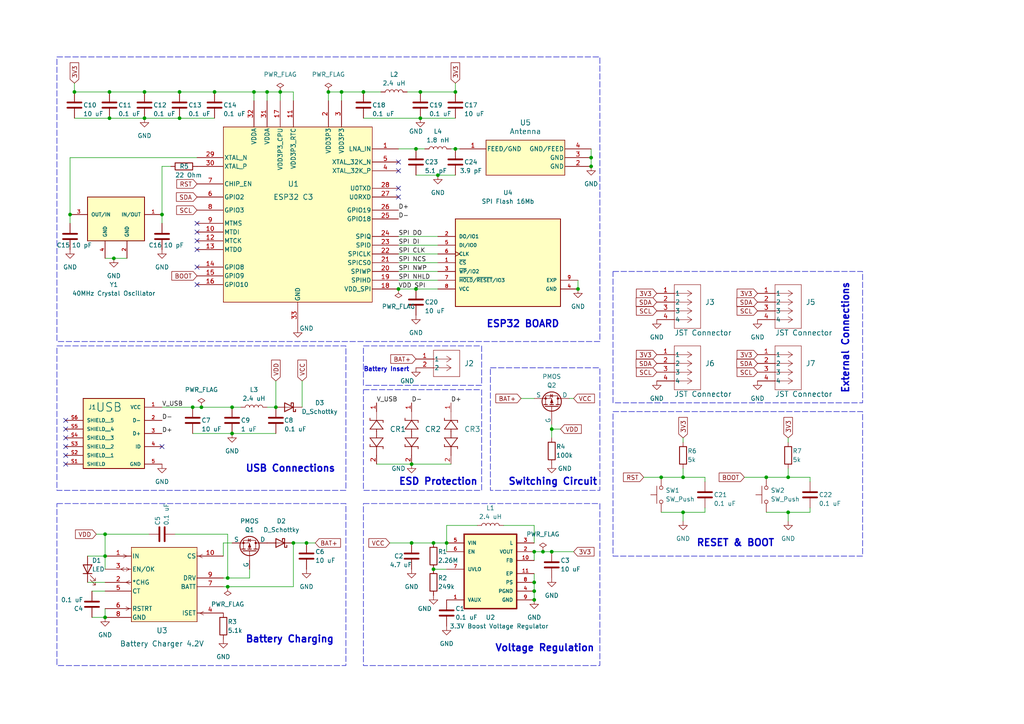
<source format=kicad_sch>
(kicad_sch (version 20230121) (generator eeschema)
  (paper "A4")
  (lib_symbols
    (symbol "Device:C" (pin_numbers hide) (pin_names (offset 0.254))
      (property "Reference" "C" (at 0.635 2.54 0))
      (property "Value" "C" (at 0.635 -2.54 0))
      (symbol "C_1_1"
        (pin passive line (at 0 3.81 270) (length 2.794) (name "~") (number "1"))
        (pin passive line (at 0 -3.81 90) (length 2.794) (name "~") (number "2"))
      )
    )
    (symbol "Device:D_Schottky" (pin_numbers hide) (pin_names (offset 1.016) hide)
      (property "Reference" "D" (at 0 2.54 0))
      (property "Value" "D_Schottky" (at 0 -2.54 0))
      (symbol "D_Schottky_1_1"
        (pin passive line (at -3.81 0 0) (length 2.54) (name "K") (number "1"))
        (pin passive line (at 3.81 0 180) (length 2.54) (name "A") (number "2"))
      )
    )
    (symbol "Device:L" (pin_numbers hide) (pin_names (offset 1.016) hide)
      (property "Reference" "L" (at -1.27 0 90))
      (property "Value" "L" (at 1.905 0 90))
      (symbol "L_1_1"
        (pin passive line (at 0 3.81 270) (length 1.27) (name "1") (number "1"))
        (pin passive line (at 0 -3.81 90) (length 1.27) (name "2") (number "2"))
      )
    )
    (symbol "Device:LED" (pin_numbers hide) (pin_names (offset 1.016) hide)
      (property "Reference" "D" (at 0 2.54 0))
      (property "Value" "LED" (at 0 -2.54 0))
      (symbol "LED_1_1"
        (pin passive line (at -3.81 0 0) (length 2.54) (name "K") (number "1"))
        (pin passive line (at 3.81 0 180) (length 2.54) (name "A") (number "2"))
      )
    )
    (symbol "Device:R" (pin_numbers hide) (pin_names (offset 0))
      (property "Reference" "R" (at 2.032 0 90))
      (property "Value" "R" (at 0 0 90))
      (symbol "R_1_1"
        (pin passive line (at 0 3.81 270) (length 1.27) (name "~") (number "1"))
        (pin passive line (at 0 -3.81 90) (length 1.27) (name "~") (number "2"))
      )
    )
    (symbol "ESP_32_Symbol_Library:3.3V Boost Voltage Regulator" (pin_names (offset 1.016))
      (property "Reference" "U2" (at 5.08 -6.35 0))
      (property "Value" "3.3V Boost Voltage Regulator" (at 7.62 -8.89 0))
      (symbol "3.3V Boost Voltage Regulator_0_0"
        (pin bidirectional line (at -7.62 -1.27 0) (length 5.08) (name "VAUX") (number "1"))
        (pin input line (at 17.78 10.16 180) (length 5.08) (name "FB") (number "10"))
        (pin bidirectional line (at 17.78 6.35 180) (length 5.08) (name "EP") (number "11"))
        (pin output line (at 17.78 12.7 180) (length 5.08) (name "VOUT") (number "2"))
        (pin input line (at 17.78 15.24 180) (length 5.08) (name "L") (number "3"))
        (pin power_in line (at 17.78 1.27 180) (length 5.08) (name "PGND") (number "4"))
        (pin input line (at -7.62 15.24 0) (length 5.08) (name "VIN") (number "5"))
        (pin input line (at -7.62 12.7 0) (length 5.08) (name "EN") (number "6"))
        (pin input line (at -7.62 7.62 0) (length 5.08) (name "UVLO") (number "7"))
        (pin input line (at 17.78 3.81 180) (length 5.08) (name "PS") (number "8"))
        (pin power_in line (at 17.78 -1.27 180) (length 5.08) (name "GND") (number "9"))
      )
    )
    (symbol "ESP_32_Symbol_Library:40MHz Crystal Oscillator" (pin_names (offset 1.016))
      (property "Reference" "Y1" (at -1.27 12.7 0))
      (property "Value" "40MHz Crystal Oscillator" (at -1.27 10.16 0))
      (symbol "40MHz Crystal Oscillator_0_0"
        (pin bidirectional line (at -17.78 2.54 0) (length 5.08) (name "IN/OUT") (number "1"))
        (pin power_in line (at -7.62 -10.16 90) (length 5.08) (name "GND") (number "2"))
        (pin bidirectional line (at 8.89 2.54 180) (length 5.08) (name "OUT/IN") (number "3"))
        (pin power_in line (at -1.27 -10.16 90) (length 5.08) (name "GND") (number "4"))
      )
    )
    (symbol "ESP_32_Symbol_Library:Antenna" (pin_names (offset 0.254))
      (property "Reference" "U5" (at 19.05 7.62 0))
      (property "Value" "Antenna" (at 19.05 5.08 0))
      (symbol "Antenna_0_1"
        (pin unspecified line (at 0 0 0) (length 7.62) (name "FEED/GND") (number "1"))
        (pin power_out line (at 38.1 -5.08 180) (length 7.62) (name "GND") (number "2"))
        (pin power_out line (at 38.1 -2.54 180) (length 7.62) (name "GND") (number "3"))
        (pin unspecified line (at 38.1 0 180) (length 7.62) (name "GND/FEED") (number "4"))
      )
    )
    (symbol "ESP_32_Symbol_Library:Battery Charger 4.2V" (pin_names (offset 0.254))
      (property "Reference" "U3" (at 48.26 -17.78 0))
      (property "Value" "Battery Charger 4.2V" (at 48.26 -21.59 0))
      (symbol "Battery Charger 4.2V_0_1"
        (pin input line (at 31.75 3.81 0) (length 7.62) (name "IN") (number "1"))
        (pin input line (at 66.04 3.81 180) (length 7.62) (name "CS") (number "10"))
        (pin output line (at 31.75 -3.81 0) (length 7.62) (name "*CHG") (number "2"))
        (pin bidirectional line (at 31.75 0 0) (length 7.62) (name "EN/OK") (number "3"))
        (pin output line (at 66.04 -12.7 180) (length 7.62) (name "ISET") (number "4"))
        (pin unspecified line (at 31.75 -6.35 0) (length 7.62) (name "CT") (number "5"))
        (pin input line (at 31.75 -11.43 0) (length 7.62) (name "RSTRT") (number "6"))
        (pin power_in line (at 66.04 -5.08 180) (length 7.62) (name "BATT") (number "7"))
        (pin power_in line (at 31.75 -13.97 0) (length 7.62) (name "GND") (number "8"))
        (pin unspecified line (at 66.04 -2.54 180) (length 7.62) (name "DRV") (number "9"))
      )
    )
    (symbol "ESP_32_Symbol_Library:Battery Connector" (pin_names (offset 0.254))
      (property "Reference" "J" (at 8.89 6.35 0))
      (symbol "Battery Connector_0_1"
        (pin unspecified line (at 0 0 0) (length 5.08) (name "1") (number "1"))
        (pin unspecified line (at 0 -2.54 0) (length 5.08) (name "2") (number "2"))
      )
    )
    (symbol "ESP_32_Symbol_Library:ESD Protection" (pin_names (offset 0.254))
      (property "Reference" "CR1" (at 10.141 -3.81 90))
      (symbol "ESD Protection_1_1"
        (pin unspecified line (at 17.78 0 180) (length 2.54) (name "") (number "1"))
        (pin unspecified line (at 0 0 0) (length 2.54) (name "") (number "2"))
      )
      (symbol "ESD Protection_1_2"
        (pin unspecified line (at 17.78 0 180) (length 2.54) (name "") (number "1"))
        (pin unspecified line (at 0 0 0) (length 2.54) (name "") (number "2"))
      )
    )
    (symbol "ESP_32_Symbol_Library:ESP32 C3" (pin_names (offset 0.254))
      (property "Reference" "U1" (at 38.1 -10.16 0))
      (property "Value" "ESP32 C3" (at 38.1 -13.97 0))
      (symbol "ESP32 C3_0_1"
        (pin bidirectional line (at 68.58 0 180) (length 7.62) (name "LNA_IN") (number "1"))
        (pin bidirectional line (at 10.16 -24.13 0) (length 7.62) (name "MTDI") (number "10"))
        (pin power_in line (at 38.1 13.97 270) (length 7.62) (name "VDD3P3_RTC") (number "11"))
        (pin bidirectional line (at 10.16 -26.67 0) (length 7.62) (name "MTCK") (number "12"))
        (pin bidirectional line (at 10.16 -29.21 0) (length 7.62) (name "MTDO") (number "13"))
        (pin bidirectional line (at 10.16 -34.29 0) (length 7.62) (name "GPIO8") (number "14"))
        (pin bidirectional line (at 10.16 -36.83 0) (length 7.62) (name "GPIO9") (number "15"))
        (pin bidirectional line (at 10.16 -39.37 0) (length 7.62) (name "GPIO10") (number "16"))
        (pin power_in line (at 34.29 13.97 270) (length 7.62) (name "VDD3P3_CPU") (number "17"))
        (pin power_in line (at 68.58 -40.64 180) (length 7.62) (name "VDD_SPI") (number "18"))
        (pin bidirectional line (at 68.58 -38.1 180) (length 7.62) (name "SPIHD") (number "19"))
        (pin power_in line (at 48.26 13.97 270) (length 7.62) (name "VDD3P3") (number "2"))
        (pin bidirectional line (at 68.58 -35.56 180) (length 7.62) (name "SPIWP") (number "20"))
        (pin bidirectional line (at 68.58 -33.02 180) (length 7.62) (name "SPICS0") (number "21"))
        (pin bidirectional line (at 68.58 -30.48 180) (length 7.62) (name "SPICLK") (number "22"))
        (pin bidirectional line (at 68.58 -27.94 180) (length 7.62) (name "SPID") (number "23"))
        (pin bidirectional line (at 68.58 -25.4 180) (length 7.62) (name "SPIQ") (number "24"))
        (pin bidirectional line (at 68.58 -20.32 180) (length 7.62) (name "GPIO18") (number "25"))
        (pin bidirectional line (at 68.58 -17.78 180) (length 7.62) (name "GPIO19") (number "26"))
        (pin bidirectional line (at 68.58 -13.97 180) (length 7.62) (name "U0RXD") (number "27"))
        (pin bidirectional line (at 68.58 -11.43 180) (length 7.62) (name "U0TXD") (number "28"))
        (pin output line (at 10.16 -2.54 0) (length 7.62) (name "XTAL_N") (number "29"))
        (pin power_in line (at 52.07 13.97 270) (length 7.62) (name "VDD3P3") (number "3"))
        (pin input line (at 10.16 -5.08 0) (length 7.62) (name "XTAL_P") (number "30"))
        (pin power_in line (at 30.48 13.97 270) (length 7.62) (name "VDDA") (number "31"))
        (pin power_in line (at 26.67 13.97 270) (length 7.62) (name "VDDA") (number "32"))
        (pin power_out line (at 39.37 -52.07 90) (length 7.62) (name "GND") (number "33"))
        (pin bidirectional line (at 68.58 -6.35 180) (length 7.62) (name "XTAL_32K_P") (number "4"))
        (pin bidirectional line (at 68.58 -3.81 180) (length 7.62) (name "XTAL_32K_N") (number "5"))
        (pin bidirectional line (at 10.16 -13.97 0) (length 7.62) (name "GPIO2") (number "6"))
        (pin input line (at 10.16 -10.16 0) (length 7.62) (name "CHIP_EN") (number "7"))
        (pin bidirectional line (at 10.16 -17.78 0) (length 7.62) (name "GPIO3") (number "8"))
        (pin bidirectional line (at 10.16 -21.59 0) (length 7.62) (name "MTMS") (number "9"))
      )
    )
    (symbol "ESP_32_Symbol_Library:JST Connector" (pin_names (offset 0.254))
      (property "Reference" "J" (at 8.89 6.35 0))
      (property "Value" "JST Connector" (at 7.62 3.81 0))
      (symbol "JST Connector_1_1"
        (pin unspecified line (at 0 0 0) (length 5.08) (name "1") (number "1"))
        (pin unspecified line (at 0 -2.54 0) (length 5.08) (name "2") (number "2"))
        (pin unspecified line (at 0 -5.08 0) (length 5.08) (name "3") (number "3"))
        (pin unspecified line (at 0 -7.62 0) (length 5.08) (name "4") (number "4"))
      )
      (symbol "JST Connector_1_2"
        (pin unspecified line (at 0 0 0) (length 5.08) (name "1") (number "1"))
        (pin unspecified line (at 0 -2.54 0) (length 5.08) (name "2") (number "2"))
        (pin unspecified line (at 0 -5.08 0) (length 5.08) (name "3") (number "3"))
        (pin unspecified line (at 0 -7.62 0) (length 5.08) (name "4") (number "4"))
      )
    )
    (symbol "ESP_32_Symbol_Library:Micro_USB_B 5 Pin" (pin_names (offset 1.016))
      (property "Reference" "J1" (at 25.4 6.35 0))
      (property "Value" "USB" (at 17.78 6.35 0))
      (symbol "Micro_USB_B 5 Pin_0_0"
        (pin power_in line (at 6.35 6.35 0) (length 5.08) (name "VCC") (number "1"))
        (pin bidirectional line (at 6.35 2.54 0) (length 5.08) (name "D-") (number "2"))
        (pin bidirectional line (at 6.35 -1.27 0) (length 5.08) (name "D+") (number "3"))
        (pin bidirectional line (at 6.35 -5.08 0) (length 5.08) (name "ID") (number "4"))
        (pin power_in line (at 6.35 -10.16 0) (length 5.08) (name "GND") (number "5"))
        (pin passive line (at 34.29 -10.16 180) (length 5.08) (name "SHIELD") (number "S1"))
        (pin passive line (at 34.29 -7.62 180) (length 5.08) (name "SHIELD__1") (number "S2"))
        (pin passive line (at 34.29 -5.08 180) (length 5.08) (name "SHIELD__2") (number "S3"))
        (pin passive line (at 34.29 -2.54 180) (length 5.08) (name "SHIELD__3") (number "S4"))
        (pin passive line (at 34.29 0 180) (length 5.08) (name "SHIELD__4") (number "S5"))
        (pin passive line (at 34.29 2.54 180) (length 5.08) (name "SHIELD__5") (number "S6"))
      )
    )
    (symbol "ESP_32_Symbol_Library:SPI Flash 16Mb" (pin_names (offset 1.016))
      (property "Reference" "U4" (at 0 17.78 0))
      (property "Value" "SPI Flash 16Mb" (at 0 15.24 0))
      (symbol "SPI Flash 16Mb_0_0"
        (pin input line (at -20.32 -2.54 0) (length 5.08) (name "~{CS}") (number "1"))
        (pin bidirectional line (at -20.32 5.08 0) (length 5.08) (name "DO/IO1") (number "2"))
        (pin bidirectional line (at -20.32 -5.08 0) (length 5.08) (name "~{WP}/IO2") (number "3"))
        (pin power_in line (at 20.32 -10.16 180) (length 5.08) (name "GND") (number "4"))
        (pin bidirectional line (at -20.32 2.54 0) (length 5.08) (name "DI/IO0") (number "5"))
        (pin input clock (at -20.32 0 0) (length 5.08) (name "CLK") (number "6"))
        (pin bidirectional line (at -20.32 -7.62 0) (length 5.08) (name "~{HOLD}/~{RESET}/IO3") (number "7"))
        (pin power_in line (at -20.32 -10.16 0) (length 5.08) (name "VCC") (number "8"))
        (pin passive line (at 20.32 -7.62 180) (length 5.08) (name "EXP") (number "9"))
      )
    )
    (symbol "Simulation_SPICE:PMOS" (pin_numbers hide) (pin_names (offset 0))
      (property "Reference" "Q" (at 5.08 1.27 0))
      (property "Value" "PMOS" (at 5.08 -1.27 0))
      (symbol "PMOS_1_1"
        (pin passive line (at 2.54 5.08 270) (length 2.54) (name "D") (number "1"))
        (pin input line (at -5.08 0 0) (length 2.54) (name "G") (number "2"))
        (pin passive line (at 2.54 -5.08 90) (length 2.54) (name "S") (number "3"))
      )
    )
    (symbol "Switch:SW_Push" (pin_numbers hide) (pin_names (offset 1.016) hide)
      (property "Reference" "SW" (at 1.27 2.54 0))
      (property "Value" "SW_Push" (at 0 -1.524 0))
      (symbol "SW_Push_0_1"
        (pin passive line (at -5.08 0 0) (length 2.54) (name "1") (number "1"))
        (pin passive line (at 5.08 0 180) (length 2.54) (name "2") (number "2"))
      )
    )
    (symbol "power:GND" (power) (pin_names (offset 0))
      (property "Value" "GND" (at 0 -3.81 0))
      (symbol "GND_1_1"
        (pin power_in line (at 0 0 270) (length 0) hide (name "GND") (number "1"))
      )
    )
    (symbol "power:PWR_FLAG" (power) (pin_numbers hide) (pin_names (offset 0) hide)
      (property "Value" "PWR_FLAG" (at 0 3.81 0))
      (symbol "PWR_FLAG_0_0"
        (pin power_out line (at 0 0 90) (length 0) (name "pwr") (number "1"))
      )
    )
  )
  (junction (at 115.57 83.82))
  (junction (at 66.04 170.18))
  (junction (at 167.64 83.82))
  (junction (at 125.73 165.1))
  (junction (at 121.92 34.29))
  (junction (at 157.48 160.02))
  (junction (at 154.94 160.02))
  (junction (at 30.48 179.07))
  (junction (at 67.31 125.73))
  (junction (at 119.38 134.62))
  (junction (at 30.48 154.94))
  (junction (at 228.6 138.43))
  (junction (at 120.65 83.82))
  (junction (at 85.09 157.48))
  (junction (at 120.65 43.18))
  (junction (at 171.45 48.26))
  (junction (at 132.08 43.18))
  (junction (at 129.54 157.48))
  (junction (at 41.91 26.67))
  (junction (at 119.38 157.48))
  (junction (at 67.31 118.11))
  (junction (at 80.01 118.11))
  (junction (at 132.08 26.67))
  (junction (at 33.02 74.93))
  (junction (at 81.28 26.67))
  (junction (at 46.99 62.23))
  (junction (at 222.25 138.43))
  (junction (at 125.73 157.48))
  (junction (at 88.9 157.48))
  (junction (at 77.47 26.67))
  (junction (at 198.12 148.59))
  (junction (at 228.6 148.59))
  (junction (at 121.92 26.67))
  (junction (at 66.04 167.64))
  (junction (at 160.02 160.02))
  (junction (at 58.42 118.11))
  (junction (at 20.32 62.23))
  (junction (at 31.75 26.67))
  (junction (at 154.94 168.91))
  (junction (at 62.23 26.67))
  (junction (at 31.75 34.29))
  (junction (at 41.91 34.29))
  (junction (at 52.07 26.67))
  (junction (at 160.02 124.46))
  (junction (at 55.88 118.11))
  (junction (at 21.59 26.67))
  (junction (at 73.66 26.67))
  (junction (at 191.77 138.43))
  (junction (at 52.07 34.29))
  (junction (at 154.94 173.99))
  (junction (at 99.06 26.67))
  (junction (at 30.48 161.29))
  (junction (at 105.41 26.67))
  (junction (at 95.25 26.67))
  (junction (at 154.94 171.45))
  (junction (at 171.45 45.72))
  (junction (at 198.12 138.43))
  (junction (at 127 50.8))
  (no_connect (at 19.05 121.92))
  (no_connect (at 57.15 67.31))
  (no_connect (at 57.15 77.47))
  (no_connect (at 115.57 54.61))
  (no_connect (at 19.05 124.46))
  (no_connect (at 115.57 57.15))
  (no_connect (at 115.57 49.53))
  (no_connect (at 115.57 46.99))
  (no_connect (at 46.99 129.54))
  (no_connect (at 57.15 82.55))
  (no_connect (at 19.05 127))
  (no_connect (at 57.15 64.77))
  (no_connect (at 19.05 134.62))
  (no_connect (at 57.15 69.85))
  (no_connect (at 19.05 129.54))
  (no_connect (at 57.15 72.39))
  (no_connect (at 19.05 132.08))
  (wire (pts (xy 72.39 165.1) (xy 72.39 167.64)))
  (wire (pts (xy 228.6 127) (xy 228.6 128.27)))
  (wire (pts (xy 31.75 34.29) (xy 41.91 34.29)))
  (wire (pts (xy 234.95 148.59) (xy 228.6 148.59)))
  (wire (pts (xy 85.09 157.48) (xy 88.9 157.48)))
  (wire (pts (xy 31.75 26.67) (xy 41.91 26.67)))
  (wire (pts (xy 55.88 118.11) (xy 58.42 118.11)))
  (wire (pts (xy 46.99 118.11) (xy 55.88 118.11)))
  (wire (pts (xy 20.32 45.72) (xy 20.32 62.23)))
  (wire (pts (xy 228.6 135.89) (xy 228.6 138.43)))
  (wire (pts (xy 228.6 148.59) (xy 222.25 148.59)))
  (wire (pts (xy 129.54 157.48) (xy 129.54 160.02)))
  (wire (pts (xy 21.59 34.29) (xy 31.75 34.29)))
  (wire (pts (xy 125.73 165.1) (xy 129.54 165.1)))
  (wire (pts (xy 125.73 157.48) (xy 129.54 157.48)))
  (wire (pts (xy 77.47 26.67) (xy 81.28 26.67)))
  (wire (pts (xy 81.28 26.67) (xy 85.09 26.67)))
  (wire (pts (xy 186.69 138.43) (xy 191.77 138.43)))
  (wire (pts (xy 204.47 138.43) (xy 204.47 139.7)))
  (wire (pts (xy 30.48 154.94) (xy 30.48 161.29)))
  (wire (pts (xy 198.12 151.13) (xy 198.12 148.59)))
  (wire (pts (xy 36.83 74.93) (xy 33.02 74.93)))
  (wire (pts (xy 151.13 115.57) (xy 154.94 115.57)))
  (wire (pts (xy 105.41 26.67) (xy 110.49 26.67)))
  (wire (pts (xy 215.9 138.43) (xy 222.25 138.43)))
  (wire (pts (xy 130.81 43.18) (xy 132.08 43.18)))
  (wire (pts (xy 30.48 154.94) (xy 43.18 154.94)))
  (wire (pts (xy 64.77 161.29) (xy 64.77 157.48)))
  (wire (pts (xy 73.66 29.21) (xy 73.66 26.67)))
  (wire (pts (xy 127 50.8) (xy 132.08 50.8)))
  (wire (pts (xy 191.77 138.43) (xy 198.12 138.43)))
  (wire (pts (xy 204.47 148.59) (xy 198.12 148.59)))
  (wire (pts (xy 81.28 29.21) (xy 81.28 26.67)))
  (wire (pts (xy 33.02 74.93) (xy 30.48 74.93)))
  (wire (pts (xy 67.31 125.73) (xy 80.01 125.73)))
  (wire (pts (xy 30.48 161.29) (xy 30.48 165.1)))
  (wire (pts (xy 160.02 124.46) (xy 162.56 124.46)))
  (wire (pts (xy 57.15 45.72) (xy 20.32 45.72)))
  (wire (pts (xy 198.12 135.89) (xy 198.12 138.43)))
  (wire (pts (xy 129.54 157.48) (xy 129.54 152.4)))
  (wire (pts (xy 52.07 34.29) (xy 62.23 34.29)))
  (wire (pts (xy 105.41 26.67) (xy 99.06 26.67)))
  (wire (pts (xy 171.45 45.72) (xy 171.45 48.26)))
  (wire (pts (xy 160.02 123.19) (xy 160.02 124.46)))
  (wire (pts (xy 66.04 167.64) (xy 64.77 167.64)))
  (wire (pts (xy 120.65 50.8) (xy 127 50.8)))
  (wire (pts (xy 146.05 152.4) (xy 154.94 152.4)))
  (wire (pts (xy 49.53 48.26) (xy 46.99 48.26)))
  (wire (pts (xy 160.02 160.02) (xy 166.37 160.02)))
  (wire (pts (xy 234.95 147.32) (xy 234.95 148.59)))
  (wire (pts (xy 21.59 24.13) (xy 21.59 26.67)))
  (wire (pts (xy 30.48 176.53) (xy 30.48 179.07)))
  (wire (pts (xy 26.67 171.45) (xy 30.48 171.45)))
  (wire (pts (xy 52.07 26.67) (xy 62.23 26.67)))
  (wire (pts (xy 95.25 29.21) (xy 95.25 26.67)))
  (wire (pts (xy 64.77 157.48) (xy 67.31 157.48)))
  (wire (pts (xy 58.42 118.11) (xy 67.31 118.11)))
  (wire (pts (xy 165.1 115.57) (xy 166.37 115.57)))
  (wire (pts (xy 119.38 134.62) (xy 130.81 134.62)))
  (wire (pts (xy 88.9 157.48) (xy 91.44 157.48)))
  (wire (pts (xy 50.8 154.94) (xy 66.04 154.94)))
  (wire (pts (xy 46.99 48.26) (xy 46.99 62.23)))
  (wire (pts (xy 85.09 170.18) (xy 85.09 157.48)))
  (wire (pts (xy 198.12 148.59) (xy 191.77 148.59)))
  (wire (pts (xy 25.4 161.29) (xy 30.48 161.29)))
  (wire (pts (xy 198.12 138.43) (xy 204.47 138.43)))
  (wire (pts (xy 77.47 29.21) (xy 77.47 26.67)))
  (wire (pts (xy 154.94 160.02) (xy 154.94 162.56)))
  (wire (pts (xy 129.54 152.4) (xy 138.43 152.4)))
  (wire (pts (xy 109.22 134.62) (xy 119.38 134.62)))
  (wire (pts (xy 99.06 26.67) (xy 99.06 29.21)))
  (wire (pts (xy 133.35 43.18) (xy 132.08 43.18)))
  (wire (pts (xy 113.03 157.48) (xy 119.38 157.48)))
  (wire (pts (xy 154.94 152.4) (xy 154.94 157.48)))
  (wire (pts (xy 27.94 154.94) (xy 30.48 154.94)))
  (wire (pts (xy 46.99 62.23) (xy 46.99 64.77)))
  (wire (pts (xy 228.6 151.13) (xy 228.6 148.59)))
  (wire (pts (xy 55.88 125.73) (xy 67.31 125.73)))
  (wire (pts (xy 154.94 160.02) (xy 157.48 160.02)))
  (wire (pts (xy 26.67 179.07) (xy 30.48 179.07)))
  (wire (pts (xy 87.63 110.49) (xy 87.63 118.11)))
  (wire (pts (xy 115.57 81.28) (xy 127 81.28)))
  (wire (pts (xy 198.12 127) (xy 198.12 128.27)))
  (wire (pts (xy 119.38 157.48) (xy 125.73 157.48)))
  (wire (pts (xy 118.11 26.67) (xy 121.92 26.67)))
  (wire (pts (xy 154.94 171.45) (xy 154.94 173.99)))
  (wire (pts (xy 160.02 124.46) (xy 160.02 127)))
  (wire (pts (xy 77.47 118.11) (xy 80.01 118.11)))
  (wire (pts (xy 21.59 26.67) (xy 31.75 26.67)))
  (wire (pts (xy 132.08 24.13) (xy 132.08 26.67)))
  (wire (pts (xy 154.94 168.91) (xy 154.94 171.45)))
  (wire (pts (xy 115.57 73.66) (xy 127 73.66)))
  (wire (pts (xy 167.64 81.28) (xy 167.64 83.82)))
  (wire (pts (xy 67.31 118.11) (xy 69.85 118.11)))
  (wire (pts (xy 80.01 110.49) (xy 80.01 118.11)))
  (wire (pts (xy 20.32 62.23) (xy 20.32 64.77)))
  (wire (pts (xy 41.91 34.29) (xy 52.07 34.29)))
  (wire (pts (xy 95.25 26.67) (xy 99.06 26.67)))
  (wire (pts (xy 115.57 83.82) (xy 120.65 83.82)))
  (wire (pts (xy 72.39 167.64) (xy 66.04 167.64)))
  (wire (pts (xy 41.91 26.67) (xy 52.07 26.67)))
  (wire (pts (xy 171.45 43.18) (xy 171.45 45.72)))
  (wire (pts (xy 222.25 138.43) (xy 228.6 138.43)))
  (wire (pts (xy 115.57 76.2) (xy 127 76.2)))
  (wire (pts (xy 62.23 26.67) (xy 73.66 26.67)))
  (wire (pts (xy 121.92 34.29) (xy 132.08 34.29)))
  (wire (pts (xy 121.92 26.67) (xy 132.08 26.67)))
  (wire (pts (xy 115.57 71.12) (xy 127 71.12)))
  (wire (pts (xy 115.57 43.18) (xy 120.65 43.18)))
  (wire (pts (xy 157.48 160.02) (xy 160.02 160.02)))
  (wire (pts (xy 64.77 170.18) (xy 66.04 170.18)))
  (wire (pts (xy 66.04 154.94) (xy 66.04 167.64)))
  (wire (pts (xy 120.65 43.18) (xy 123.19 43.18)))
  (wire (pts (xy 73.66 26.67) (xy 77.47 26.67)))
  (wire (pts (xy 85.09 29.21) (xy 85.09 26.67)))
  (wire (pts (xy 120.65 83.82) (xy 127 83.82)))
  (wire (pts (xy 228.6 138.43) (xy 234.95 138.43)))
  (wire (pts (xy 115.57 68.58) (xy 127 68.58)))
  (wire (pts (xy 105.41 34.29) (xy 121.92 34.29)))
  (wire (pts (xy 154.94 166.37) (xy 154.94 168.91)))
  (wire (pts (xy 115.57 78.74) (xy 127 78.74)))
  (wire (pts (xy 234.95 138.43) (xy 234.95 139.7)))
  (wire (pts (xy 66.04 170.18) (xy 85.09 170.18)))
  (wire (pts (xy 25.4 168.91) (xy 30.48 168.91)))
  (wire (pts (xy 204.47 147.32) (xy 204.47 148.59)))
  (rectangle (start 105.41 100.33) (end 139.7 111.76) (stroke (width 0) (type dash)))
  (rectangle (start 105.41 146.05) (end 173.99 193.04) (stroke (width 0) (type dash)))
  (rectangle (start 16.51 100.33) (end 100.33 142.24) (stroke (width 0) (type dash)))
  (rectangle (start 177.8 119.38) (end 250.19 161.29) (stroke (width 0) (type dash)))
  (rectangle (start 142.24 106.68) (end 173.99 142.24) (stroke (width 0) (type dash)))
  (rectangle (start 105.41 113.03) (end 139.7 142.24) (stroke (width 0) (type dash)))
  (rectangle (start 16.51 146.05) (end 100.33 193.04) (stroke (width 0) (type dash)))
  (rectangle (start 177.8 78.74) (end 250.19 116.84) (stroke (width 0) (type dash)))
  (rectangle (start 16.51 16.51) (end 173.99 99.06) (stroke (width 0) (type dash)))
  (text "ESP32 BOARD" (at 140.97 95.25 0) (effects (font (size 2 2) bold) (justify left bottom)))
  (text "USB Connections" (at 71.12 137.16 0) (effects (font (size 2 2) (thickness 0.4) bold) (justify left bottom)))
  (text "Battery Insert" (at 105.41 107.95 0) (effects (font (size 1.27 1.27) bold) (justify left bottom)))
  (text "Voltage Regulation" (at 143.51 189.23 0) (effects (font (size 2 2) bold) (justify left bottom)))
  (text "Battery Charging" (at 71.12 186.69 0) (effects (font (size 2 2) (thickness 0.4) bold) (justify left bottom)))
  (text "Switching Circuit" (at 147.32 140.97 0) (effects (font (size 2 2) bold) (justify left bottom)))
  (text "ESD Protection" (at 115.57 140.97 0) (effects (font (size 2 2) bold) (justify left bottom)))
  (text "RESET & BOOT\n" (at 201.93 158.75 0) (effects (font (size 2 2) bold) (justify left bottom)))
  (text "External Connections" (at 246.38 114.3 90) (effects (font (size 2 2) bold) (justify left bottom)))
  (label "V_USB" (at 109.22 116.84 0))
  (label "D+" (at 46.99 125.73 0))
  (label "V_USB" (at 46.99 118.11 0))
  (label "SPI NCS" (at 115.57 76.2 0))
  (label "D-" (at 119.38 116.84 0))
  (label "SPI NHLD" (at 115.57 81.28 0))
  (label "SPI NWP" (at 115.57 78.74 0))
  (label "VDD SPI" (at 115.57 83.82 0))
  (label "D-" (at 115.57 63.5 0))
  (label "D+" (at 130.81 116.84 0))
  (label "SPI DO" (at 115.57 68.58 0))
  (label "SPI DI" (at 115.57 71.12 0))
  (label "SPI CLK" (at 115.57 73.66 0))
  (label "D-" (at 46.99 121.92 0))
  (label "D+" (at 115.57 60.96 0))
  (global_label "3V3" (shape input) (at 190.5 85.09 180) (property "Intersheetrefs" "${INTERSHEET_REFS}" (effects hide)))
  (global_label "3V3" (shape input) (at 219.71 102.87 180) (property "Intersheetrefs" "${INTERSHEET_REFS}" (effects hide)))
  (global_label "RST" (shape input) (at 186.69 138.43 180) (property "Intersheetrefs" "${INTERSHEET_REFS}" (effects hide)))
  (global_label "SCL" (shape input) (at 57.15 60.96 180) (property "Intersheetrefs" "${INTERSHEET_REFS}" (effects hide)))
  (global_label "VCC" (shape input) (at 87.63 110.49 90) (property "Intersheetrefs" "${INTERSHEET_REFS}" (effects hide)))
  (global_label "3V3" (shape input) (at 198.12 127 90) (property "Intersheetrefs" "${INTERSHEET_REFS}" (effects hide)))
  (global_label "VDD" (shape input) (at 162.56 124.46 0) (property "Intersheetrefs" "${INTERSHEET_REFS}" (effects hide)))
  (global_label "3V3" (shape input) (at 132.08 24.13 90) (property "Intersheetrefs" "${INTERSHEET_REFS}" (effects hide)))
  (global_label "RST" (shape input) (at 57.15 53.34 180) (property "Intersheetrefs" "${INTERSHEET_REFS}" (effects hide)))
  (global_label "SCL" (shape input) (at 190.5 107.95 180) (property "Intersheetrefs" "${INTERSHEET_REFS}" (effects hide)))
  (global_label "SCL" (shape input) (at 190.5 90.17 180) (property "Intersheetrefs" "${INTERSHEET_REFS}" (effects hide)))
  (global_label "SDA" (shape input) (at 219.71 87.63 180) (property "Intersheetrefs" "${INTERSHEET_REFS}" (effects hide)))
  (global_label "SDA" (shape input) (at 190.5 87.63 180) (property "Intersheetrefs" "${INTERSHEET_REFS}" (effects hide)))
  (global_label "SDA" (shape input) (at 57.15 57.15 180) (property "Intersheetrefs" "${INTERSHEET_REFS}" (effects hide)))
  (global_label "VDD" (shape input) (at 27.94 154.94 180) (property "Intersheetrefs" "${INTERSHEET_REFS}" (effects hide)))
  (global_label "BOOT" (shape input) (at 57.15 80.01 180) (property "Intersheetrefs" "${INTERSHEET_REFS}" (effects hide)))
  (global_label "SDA" (shape input) (at 219.71 105.41 180) (property "Intersheetrefs" "${INTERSHEET_REFS}" (effects hide)))
  (global_label "BAT+" (shape input) (at 91.44 157.48 0) (property "Intersheetrefs" "${INTERSHEET_REFS}" (effects hide)))
  (global_label "3V3" (shape input) (at 166.37 160.02 0) (property "Intersheetrefs" "${INTERSHEET_REFS}" (effects hide)))
  (global_label "BAT+" (shape input) (at 151.13 115.57 180) (property "Intersheetrefs" "${INTERSHEET_REFS}" (effects hide)))
  (global_label "3V3" (shape input) (at 219.71 85.09 180) (property "Intersheetrefs" "${INTERSHEET_REFS}" (effects hide)))
  (global_label "VCC" (shape input) (at 166.37 115.57 0) (property "Intersheetrefs" "${INTERSHEET_REFS}" (effects hide)))
  (global_label "BOOT" (shape input) (at 215.9 138.43 180) (property "Intersheetrefs" "${INTERSHEET_REFS}" (effects hide)))
  (global_label "3V3" (shape input) (at 190.5 102.87 180) (property "Intersheetrefs" "${INTERSHEET_REFS}" (effects hide)))
  (global_label "VDD" (shape input) (at 80.01 110.49 90) (property "Intersheetrefs" "${INTERSHEET_REFS}" (effects hide)))
  (global_label "BAT+" (shape input) (at 120.65 104.14 180) (property "Intersheetrefs" "${INTERSHEET_REFS}" (effects hide)))
  (global_label "SDA" (shape input) (at 190.5 105.41 180) (property "Intersheetrefs" "${INTERSHEET_REFS}" (effects hide)))
  (global_label "3V3" (shape input) (at 228.6 127 90) (property "Intersheetrefs" "${INTERSHEET_REFS}" (effects hide)))
  (global_label "3V3" (shape input) (at 21.59 24.13 90) (property "Intersheetrefs" "${INTERSHEET_REFS}" (effects hide)))
  (global_label "SCL" (shape input) (at 219.71 107.95 180) (property "Intersheetrefs" "${INTERSHEET_REFS}" (effects hide)))
  (global_label "VCC" (shape input) (at 113.03 157.48 180) (property "Intersheetrefs" "${INTERSHEET_REFS}" (effects hide)))
  (global_label "SCL" (shape input) (at 219.71 90.17 180) (property "Intersheetrefs" "${INTERSHEET_REFS}" (effects hide)))
  (symbol (lib_id "Device:C") (at 121.92 30.48 0) (unit 1)
    (property "Reference" "C19" (at 124.46 30.48 0) (effects (justify left)))
    (property "Value" "0.1 uF" (at 124.46 33.02 0) (effects (justify left)))
    (property "Footprint" "Capacitor_SMD:C_0201_0603Metric_Pad0.64x0.40mm_HandSolder" (effects hide))
  )
  (symbol (lib_id "Device:C") (at 46.99 154.94 90) (unit 1)
    (property "Reference" "C5" (at 45.72 152.4 0) (effects (justify left)))
    (property "Value" "0.1 uF" (at 48.26 152.4 0) (effects (justify left)))
    (property "Footprint" "Capacitor_SMD:C_0201_0603Metric_Pad0.64x0.40mm_HandSolder" (effects hide))
  )
  (symbol (lib_id "ESP_32_Symbol_Library:ESD Protection") (at 119.38 134.62 90) (unit 1)
    (property "Reference" "CR2" (at 123.19 124.479 90) (effects (font (size 1.524 1.524)) (justify right)))
    (property "Value" "ESD Protection" (effects hide))
    (property "Footprint" "Esp32_Library:CR_SP3022_LTF" (effects hide))
    (property "Datasheet" "SP3022-01ETG" (effects hide))
  )
  (symbol (lib_id "Device:C") (at 105.41 30.48 0) (unit 1)
    (property "Reference" "C18" (at 107.95 30.48 0) (effects (justify left)))
    (property "Value" "0.1 uF" (at 107.95 33.02 0) (effects (justify left)))
    (property "Footprint" "Capacitor_SMD:C_0201_0603Metric_Pad0.64x0.40mm_HandSolder" (effects hide))
  )
  (symbol (lib_id "Device:LED") (at 25.4 165.1 90) (unit 1)
    (property "Reference" "D1" (at 26.67 162.56 90) (effects (justify right)))
    (property "Value" "LED" (at 26.67 165.1 90) (effects (justify right)))
    (property "Footprint" "LED_SMD:LED_0201_0603Metric_Pad0.64x0.40mm_HandSolder" (effects hide))
  )
  (symbol (lib_id "power:PWR_FLAG") (at 157.48 160.02 0) (unit 1)
    (property "Reference" "#FLG06" (effects hide))
    (property "Value" "PWR_FLAG" (at 157.48 154.94 0))
  )
  (symbol (lib_id "Device:C") (at 26.67 175.26 180) (unit 1)
    (property "Reference" "C4" (at 24.13 176.53 0) (effects (justify left)))
    (property "Value" "0.1 uF" (at 24.13 173.99 0) (effects (justify left)))
    (property "Footprint" "Capacitor_SMD:C_0201_0603Metric_Pad0.64x0.40mm_HandSolder" (effects hide))
  )
  (symbol (lib_id "Simulation_SPICE:PMOS") (at 72.39 160.02 270) (mirror x) (unit 1)
    (property "Reference" "Q1" (at 72.39 153.67 90))
    (property "Value" "PMOS" (at 72.39 151.13 90))
    (property "Footprint" "Package_TO_SOT_SMD:SOT-323_SC-70_Handsoldering" (effects hide))
    (property "Datasheet" "https://ngspice.sourceforge.io/docs/ngspice-manual.pdf" (effects hide))
    (property "Sim.Device" "PMOS" (effects hide))
    (property "Sim.Type" "VDMOS" (effects hide))
    (property "Sim.Pins" "1=D 2=G 3=S" (effects hide))
  )
  (symbol (lib_id "power:GND") (at 119.38 134.62 0) (unit 1)
    (property "Reference" "#PWR09" (effects hide))
    (property "Value" "GND" (at 115.57 135.89 0))
  )
  (symbol (lib_id "Device:C") (at 88.9 161.29 0) (unit 1)
    (property "Reference" "C6" (at 91.44 160.02 0) (effects (justify left)))
    (property "Value" "10 uF" (at 91.44 162.56 0) (effects (justify left)))
    (property "Footprint" "Capacitor_SMD:C_0201_0603Metric_Pad0.64x0.40mm_HandSolder" (effects hide))
  )
  (symbol (lib_id "Device:C") (at 62.23 30.48 0) (unit 1)
    (property "Reference" "C14" (at 64.77 30.48 0) (effects (justify left)))
    (property "Value" "0.1 uF" (at 64.77 33.02 0) (effects (justify left)))
    (property "Footprint" "Capacitor_SMD:C_0201_0603Metric_Pad0.64x0.40mm_HandSolder" (effects hide))
  )
  (symbol (lib_id "power:GND") (at 129.54 181.61 0) (unit 1)
    (property "Reference" "#PWR02" (effects hide))
    (property "Value" "GND" (at 129.54 186.69 0))
  )
  (symbol (lib_id "power:GND") (at 228.6 151.13 0) (unit 1)
    (property "Reference" "#PWR022" (effects hide))
    (property "Value" "GND" (at 228.6 156.21 0))
  )
  (symbol (lib_id "ESP_32_Symbol_Library:JST Connector") (at 190.5 85.09 0) (unit 1)
    (property "Reference" "J3" (at 204.47 87.63 0) (effects (font (size 1.524 1.524)) (justify left)))
    (property "Value" "JST Connector" (at 195.58 96.52 0) (effects (font (size 1.524 1.524)) (justify left)))
    (property "Footprint" "Esp32_Library:CONN_B4B-ZRLFSN_JST" (effects hide))
    (property "Datasheet" "B4B-ZRLFSN" (effects hide))
  )
  (symbol (lib_id "Device:C") (at 160.02 163.83 0) (unit 1)
    (property "Reference" "C3" (at 162.56 162.56 0) (effects (justify left)))
    (property "Value" "10 uF" (at 162.56 165.1 0) (effects (justify left)))
    (property "Footprint" "Capacitor_SMD:C_0201_0603Metric_Pad0.64x0.40mm_HandSolder" (effects hide))
  )
  (symbol (lib_id "power:PWR_FLAG") (at 81.28 26.67 0) (unit 1)
    (property "Reference" "#FLG01" (effects hide))
    (property "Value" "PWR_FLAG" (at 81.28 21.59 0))
  )
  (symbol (lib_id "power:GND") (at 88.9 165.1 0) (unit 1)
    (property "Reference" "#PWR08" (effects hide))
    (property "Value" "GND" (at 88.9 170.18 0))
  )
  (symbol (lib_id "Device:R") (at 198.12 132.08 0) (unit 1)
    (property "Reference" "R6" (at 199.39 130.81 0) (effects (justify left)))
    (property "Value" "5k" (at 199.39 133.35 0) (effects (justify left)))
    (property "Footprint" "Resistor_SMD:R_0201_0603Metric_Pad0.64x0.40mm_HandSolder" (effects hide))
  )
  (symbol (lib_id "power:GND") (at 20.32 72.39 0) (mirror y) (unit 1)
    (property "Reference" "#PWR016" (effects hide))
    (property "Value" "GND" (at 20.32 77.47 0))
  )
  (symbol (lib_id "ESP_32_Symbol_Library:JST Connector") (at 190.5 102.87 0) (unit 1)
    (property "Reference" "J6" (at 204.47 105.41 0) (effects (font (size 1.524 1.524)) (justify left)))
    (property "Value" "JST Connector" (at 195.58 114.3 0) (effects (font (size 1.524 1.524)) (justify left)))
    (property "Footprint" "Esp32_Library:CONN_B4B-ZRLFSN_JST" (effects hide))
    (property "Datasheet" "B4B-ZRLFSN" (effects hide))
  )
  (symbol (lib_id "power:GND") (at 125.73 172.72 0) (unit 1)
    (property "Reference" "#PWR03" (effects hide))
    (property "Value" "GND" (at 123.19 176.53 0))
  )
  (symbol (lib_id "power:GND") (at 190.5 92.71 0) (unit 1)
    (property "Reference" "#PWR029" (effects hide))
    (property "Value" "GND" (at 190.5 97.79 0))
  )
  (symbol (lib_id "Device:D_Schottky") (at 83.82 118.11 180) (unit 1)
    (property "Reference" "D3" (at 92.71 116.84 0))
    (property "Value" "D_Schottky" (at 92.71 119.38 0))
    (property "Footprint" "Diode_SMD:D_0603_1608Metric_Pad1.05x0.95mm_HandSolder" (effects hide))
  )
  (symbol (lib_id "Device:L") (at 73.66 118.11 90) (unit 1)
    (property "Reference" "L3" (at 73.66 113.03 90))
    (property "Value" "2.4 uH" (at 73.66 115.57 90))
    (property "Footprint" "Inductor_SMD:L_0402_1005Metric_Pad0.77x0.64mm_HandSolder" (effects hide))
  )
  (symbol (lib_id "Device:R") (at 125.73 168.91 0) (unit 1)
    (property "Reference" "R2" (at 127 167.64 0) (effects (justify left)))
    (property "Value" "249k" (at 127 170.18 0) (effects (justify left)))
    (property "Footprint" "Resistor_SMD:R_0201_0603Metric_Pad0.64x0.40mm_HandSolder" (effects hide))
  )
  (symbol (lib_id "Simulation_SPICE:PMOS") (at 160.02 118.11 270) (mirror x) (unit 1)
    (property "Reference" "Q2" (at 160.02 111.76 90))
    (property "Value" "PMOS" (at 160.02 109.22 90))
    (property "Footprint" "Package_TO_SOT_SMD:SOT-323_SC-70_Handsoldering" (effects hide))
    (property "Datasheet" "https://ngspice.sourceforge.io/docs/ngspice-manual.pdf" (effects hide))
    (property "Sim.Device" "PMOS" (effects hide))
    (property "Sim.Type" "VDMOS" (effects hide))
    (property "Sim.Pins" "1=D 2=G 3=S" (effects hide))
  )
  (symbol (lib_id "ESP_32_Symbol_Library:40MHz Crystal Oscillator") (at 29.21 64.77 0) (mirror y) (unit 1)
    (property "Reference" "Y1" (at 33.02 82.55 0))
    (property "Value" "40MHz Crystal Oscillator" (at 33.02 85.09 0))
    (property "Footprint" "Esp32_Library:XTAL_ECS-400-9-36B-CKY-TR" (effects hide))
    (property "DigiKey_Part_Number" "XC3060TR-ND" (effects hide))
    (property "MF" "ECS Inc." (effects hide))
    (property "Purchase-URL" "https://www.snapeda.com/api/url_track_click_mouser/?unipart_id=4890296&manufacturer=ECS Inc.&part_name=ECS-400-9-36B-CKY-TR&search_term=None" (effects hide))
    (property "Package" "ECX-2236B ECS Inc." (effects hide))
    (property "SnapEDA_Link" "https://www.snapeda.com/parts/ECS-400-9-36B-CKY-TR/ECS+Inc./view-part/?ref=snap" (effects hide))
    (property "MP" "ECS-400-9-36B-CKY-TR" (effects hide))
    (property "Description" "\n40 MHz ±10ppm Crystal 9pF 30 Ohms 4-SMD, No Lead\n" (effects hide))
    (property "Check_prices" "https://www.snapeda.com/parts/ECS-400-9-36B-CKY-TR/ECS+Inc./view-part/?ref=eda" (effects hide))
  )
  (symbol (lib_id "Device:C") (at 41.91 30.48 0) (unit 1)
    (property "Reference" "C12" (at 44.45 30.48 0) (effects (justify left)))
    (property "Value" "0.1 uF" (at 44.45 33.02 0) (effects (justify left)))
    (property "Footprint" "Capacitor_SMD:C_0201_0603Metric_Pad0.64x0.40mm_HandSolder" (effects hide))
  )
  (symbol (lib_id "power:PWR_FLAG") (at 66.04 170.18 180) (unit 1)
    (property "Reference" "#FLG05" (effects hide))
    (property "Value" "PWR_FLAG" (at 66.04 175.26 0))
  )
  (symbol (lib_id "power:GND") (at 30.48 179.07 0) (unit 1)
    (property "Reference" "#PWR06" (effects hide))
    (property "Value" "GND" (at 30.48 184.15 0))
  )
  (symbol (lib_id "power:GND") (at 190.5 110.49 0) (unit 1)
    (property "Reference" "#PWR027" (effects hide))
    (property "Value" "GND" (at 190.5 115.57 0))
  )
  (symbol (lib_id "power:GND") (at 167.64 83.82 0) (unit 1)
    (property "Reference" "#PWR018" (effects hide))
    (property "Value" "GND" (at 167.64 88.9 0))
  )
  (symbol (lib_id "power:GND") (at 121.92 34.29 0) (unit 1)
    (property "Reference" "#PWR017" (effects hide))
    (property "Value" "GND" (at 120.65 38.1 0))
  )
  (symbol (lib_id "Device:C") (at 120.65 87.63 0) (unit 1)
    (property "Reference" "C20" (at 123.19 87.63 0) (effects (justify left)))
    (property "Value" "10 uF" (at 123.19 90.17 0) (effects (justify left)))
    (property "Footprint" "Capacitor_SMD:C_0201_0603Metric_Pad0.64x0.40mm_HandSolder" (effects hide))
  )
  (symbol (lib_id "power:PWR_FLAG") (at 58.42 118.11 0) (unit 1)
    (property "Reference" "#FLG03" (effects hide))
    (property "Value" "PWR_FLAG" (at 58.42 113.03 0))
  )
  (symbol (lib_id "power:GND") (at 127 50.8 0) (unit 1)
    (property "Reference" "#PWR024" (effects hide))
    (property "Value" "GND" (at 127 55.88 0))
  )
  (symbol (lib_id "Device:C") (at 80.01 121.92 180) (unit 1)
    (property "Reference" "C8" (at 85.09 121.92 0) (effects (justify left)))
    (property "Value" "0.1 uF" (at 88.9 124.46 0) (effects (justify left)))
    (property "Footprint" "Capacitor_SMD:C_0201_0603Metric_Pad0.64x0.40mm_HandSolder" (effects hide))
  )
  (symbol (lib_id "power:GND") (at 64.77 185.42 0) (unit 1)
    (property "Reference" "#PWR07" (effects hide))
    (property "Value" "GND" (at 64.77 190.5 0))
  )
  (symbol (lib_id "power:GND") (at 219.71 92.71 0) (unit 1)
    (property "Reference" "#PWR026" (effects hide))
    (property "Value" "GND" (at 219.71 97.79 0))
  )
  (symbol (lib_id "Device:R") (at 53.34 48.26 270) (unit 1)
    (property "Reference" "R5" (at 52.07 48.26 90) (effects (justify left)))
    (property "Value" "22 Ohm" (at 50.8 50.8 90) (effects (justify left)))
    (property "Footprint" "Resistor_SMD:R_0201_0603Metric_Pad0.64x0.40mm_HandSolder" (effects hide))
  )
  (symbol (lib_id "Device:R") (at 64.77 181.61 0) (unit 1)
    (property "Reference" "R3" (at 66.04 180.34 0) (effects (justify left)))
    (property "Value" "5.1k" (at 66.04 182.88 0) (effects (justify left)))
    (property "Footprint" "Resistor_SMD:R_0201_0603Metric_Pad0.64x0.40mm_HandSolder" (effects hide))
  )
  (symbol (lib_id "power:GND") (at 119.38 165.1 0) (unit 1)
    (property "Reference" "#PWR04" (effects hide))
    (property "Value" "GND" (at 119.38 170.18 0))
  )
  (symbol (lib_id "Device:C") (at 20.32 68.58 0) (mirror y) (unit 1)
    (property "Reference" "C15" (at 20.32 71.12 0) (effects (justify left)))
    (property "Value" "10 pF" (at 26.67 71.12 0) (effects (justify left)))
    (property "Footprint" "Capacitor_SMD:C_0201_0603Metric_Pad0.64x0.40mm_HandSolder" (effects hide))
  )
  (symbol (lib_id "Device:L") (at 142.24 152.4 90) (unit 1)
    (property "Reference" "L1" (at 142.24 147.32 90))
    (property "Value" "2.4 uH" (at 142.24 149.86 90))
    (property "Footprint" "Inductor_SMD:L_0402_1005Metric_Pad0.77x0.64mm_HandSolder" (effects hide))
  )
  (symbol (lib_id "ESP_32_Symbol_Library:JST Connector") (at 219.71 102.87 0) (unit 1)
    (property "Reference" "J7" (at 233.68 105.41 0) (effects (font (size 1.524 1.524)) (justify left)))
    (property "Value" "JST Connector" (at 224.79 114.3 0) (effects (font (size 1.524 1.524)) (justify left)))
    (property "Footprint" "Esp32_Library:CONN_B4B-ZRLFSN_JST" (effects hide))
    (property "Datasheet" "B4B-ZRLFSN" (effects hide))
  )
  (symbol (lib_id "power:GND") (at 171.45 48.26 0) (unit 1)
    (property "Reference" "#PWR023" (effects hide))
    (property "Value" "GND" (at 171.45 53.34 0))
  )
  (symbol (lib_id "Device:R") (at 160.02 130.81 0) (unit 1)
    (property "Reference" "R4" (at 161.29 129.54 0) (effects (justify left)))
    (property "Value" "100k" (at 161.29 132.08 0) (effects (justify left)))
    (property "Footprint" "Resistor_SMD:R_0201_0603Metric_Pad0.64x0.40mm_HandSolder" (effects hide))
  )
  (symbol (lib_id "ESP_32_Symbol_Library:ESD Protection") (at 130.81 134.62 90) (unit 1)
    (property "Reference" "CR3" (at 134.62 124.479 90) (effects (font (size 1.524 1.524)) (justify right)))
    (property "Value" "ESD Protection" (effects hide))
    (property "Footprint" "Esp32_Library:CR_SP3022_LTF" (effects hide))
    (property "Datasheet" "SP3022-01ETG" (effects hide))
  )
  (symbol (lib_id "ESP_32_Symbol_Library:JST Connector") (at 219.71 85.09 0) (unit 1)
    (property "Reference" "J5" (at 233.68 87.63 0) (effects (font (size 1.524 1.524)) (justify left)))
    (property "Value" "JST Connector" (at 224.79 96.52 0) (effects (font (size 1.524 1.524)) (justify left)))
    (property "Footprint" "Esp32_Library:CONN_B4B-ZRLFSN_JST" (effects hide))
    (property "Datasheet" "B4B-ZRLFSN" (effects hide))
  )
  (symbol (lib_id "power:GND") (at 154.94 173.99 0) (unit 1)
    (property "Reference" "#PWR01" (effects hide))
    (property "Value" "GND" (at 154.94 179.07 0))
  )
  (symbol (lib_id "Device:C") (at 55.88 121.92 0) (unit 1)
    (property "Reference" "C7" (at 58.42 121.92 0) (effects (justify left)))
    (property "Value" "10 uF" (at 58.42 124.46 0) (effects (justify left)))
    (property "Footprint" "Capacitor_SMD:C_0201_0603Metric_Pad0.64x0.40mm_HandSolder" (effects hide))
  )
  (symbol (lib_id "Device:L") (at 127 43.18 90) (unit 1)
    (property "Reference" "L4" (at 127 38.1 90))
    (property "Value" "1.8 nH" (at 127 40.64 90))
    (property "Footprint" "Inductor_SMD:L_0201_0603Metric_Pad0.64x0.40mm_HandSolder" (effects hide))
  )
  (symbol (lib_id "power:GND") (at 86.36 95.25 0) (unit 1)
    (property "Reference" "#PWR019" (effects hide))
    (property "Value" "GND" (at 88.9 95.25 0))
  )
  (symbol (lib_id "ESP_32_Symbol_Library:Micro_USB_B 5 Pin") (at 53.34 124.46 0) (mirror y) (unit 1)
    (property "Reference" "J1" (at 27.94 118.11 0) (effects (justify left)))
    (property "Value" "USB" (at 35.56 118.11 0) (effects (font (size 2.5 2.5)) (justify left)))
    (property "Footprint" "Esp32_Library:AMPHENOL_10118192-0002LF" (effects hide))
    (property "PARTREV" "B" (effects hide))
    (property "MANUFACTURER" "Amphenol" (effects hide))
    (property "MAXIMUM_PACKAGE_HEIGHT" "2.8mm" (effects hide))
    (property "STANDARD" "Manufacturer Recommendations" (effects hide))
  )
  (symbol (lib_id "ESP_32_Symbol_Library:Battery Charger 4.2V") (at -1.27 165.1 0) (unit 1)
    (property "Reference" "U3" (at 46.99 182.88 0) (effects (font (size 1.524 1.524))))
    (property "Value" "Battery Charger 4.2V" (at 46.99 186.69 0) (effects (font (size 1.524 1.524))))
    (property "Footprint" "Esp32_Library:21-0061L_MXM" (effects hide))
    (property "Datasheet" "max1898eub42+T" (effects hide))
  )
  (symbol (lib_id "ESP_32_Symbol_Library:ESD Protection") (at 109.22 134.62 90) (unit 1)
    (property "Reference" "CR1" (at 113.03 124.479 90) (effects (font (size 1.524 1.524)) (justify right)))
    (property "Value" "ESD Protection" (effects hide))
    (property "Footprint" "Esp32_Library:CR_SP3022_LTF" (effects hide))
    (property "Datasheet" "SP3022-01ETG" (effects hide))
  )
  (symbol (lib_id "Device:L") (at 114.3 26.67 90) (unit 1)
    (property "Reference" "L2" (at 114.3 21.59 90))
    (property "Value" "2.4 uH" (at 114.3 24.13 90))
    (property "Footprint" "Inductor_SMD:L_0402_1005Metric_Pad0.77x0.64mm_HandSolder" (effects hide))
  )
  (symbol (lib_id "power:GND") (at 160.02 134.62 0) (unit 1)
    (property "Reference" "#PWR012" (effects hide))
    (property "Value" "GND" (at 163.83 135.89 0))
  )
  (symbol (lib_id "ESP_32_Symbol_Library:SPI Flash 16Mb") (at 147.32 73.66 0) (unit 1)
    (property "Reference" "U4" (at 147.32 55.88 0))
    (property "Value" "SPI Flash 16Mb" (at 147.32 58.42 0))
    (property "Footprint" "Esp32_Library:IC_W25Q16JVUXIQ_TR" (effects hide))
    (property "DigiKey_Part_Number" "256-W25Q16JVUXIQTR-ND" (effects hide))
    (property "MF" "Winbond" (effects hide))
    (property "MAXIMUM_PACKAGE_HEIGHT" "0.60mm" (effects hide))
    (property "Package" "UFDFN-8 Winbond" (effects hide))
    (property "Check_prices" "https://www.snapeda.com/parts/W25Q16JVUXIQ%20TR/Winbond/view-part/?ref=eda" (effects hide))
    (property "STANDARD" "Manufacturer Recommendations" (effects hide))
    (property "PARTREV" "H" (effects hide))
    (property "SnapEDA_Link" "https://www.snapeda.com/parts/W25Q16JVUXIQ%20TR/Winbond/view-part/?ref=snap" (effects hide))
    (property "MP" "W25Q16JVUXIQ TR" (effects hide))
    (property "Purchase-URL" "https://www.snapeda.com/api/url_track_click_mouser/?unipart_id=5632332&manufacturer=Winbond&part_name=W25Q16JVUXIQ TR&search_term=w25q16jvuxiq tr" (effects hide))
    (property "Description" "\nNOR Flash Serial (SPI, Dual SPI, Quad SPI) 3V/3.3V 16M-bit 2M x 8 6ns 8-Pin USON EP T/R\n" (effects hide))
    (property "MANUFACTURER" "Winbond" (effects hide))
    (property "SNAPEDA_PN" "W25Q16JVUXIQ TR" (effects hide))
  )
  (symbol (lib_id "Switch:SW_Push") (at 191.77 143.51 90) (unit 1)
    (property "Reference" "SW1" (at 193.04 142.24 90) (effects (justify right)))
    (property "Value" "SW_Push" (at 193.04 144.78 90) (effects (justify right)))
    (property "Footprint" "Esp32_Library:Button" (effects hide))
  )
  (symbol (lib_id "power:PWR_FLAG") (at 115.57 83.82 180) (unit 1)
    (property "Reference" "#FLG04" (effects hide))
    (property "Value" "PWR_FLAG" (at 115.57 88.9 0))
  )
  (symbol (lib_id "ESP_32_Symbol_Library:Antenna") (at 133.35 43.18 0) (unit 1)
    (property "Reference" "U5" (at 152.4 35.56 0) (effects (font (size 1.524 1.524))))
    (property "Value" "Antenna" (at 152.4 38.1 0) (effects (font (size 1.524 1.524))))
    (property "Footprint" "Esp32_Library:2450AT18D0100E_JOT" (effects hide))
    (property "Datasheet" "2450AT18D0100E" (effects hide))
  )
  (symbol (lib_id "Device:C") (at 234.95 143.51 0) (unit 1)
    (property "Reference" "C22" (at 237.49 143.51 0) (effects (justify left)))
    (property "Value" "0.1 uF" (at 237.49 146.05 0) (effects (justify left)))
    (property "Footprint" "Capacitor_SMD:C_0201_0603Metric_Pad0.64x0.40mm_HandSolder" (effects hide))
  )
  (symbol (lib_id "power:GND") (at 41.91 34.29 0) (unit 1)
    (property "Reference" "#PWR013" (effects hide))
    (property "Value" "GND" (at 41.91 39.37 0))
  )
  (symbol (lib_id "Device:C") (at 21.59 30.48 0) (unit 1)
    (property "Reference" "C10" (at 24.13 30.48 0) (effects (justify left)))
    (property "Value" "10 uF" (at 24.13 33.02 0) (effects (justify left)))
    (property "Footprint" "Capacitor_SMD:C_0201_0603Metric_Pad0.64x0.40mm_HandSolder" (effects hide))
  )
  (symbol (lib_id "power:GND") (at 120.65 106.68 0) (unit 1)
    (property "Reference" "#PWR025" (effects hide))
    (property "Value" "GND" (at 118.11 110.49 0))
  )
  (symbol (lib_id "Device:C") (at 204.47 143.51 0) (unit 1)
    (property "Reference" "C21" (at 207.01 143.51 0) (effects (justify left)))
    (property "Value" "0.1 uF" (at 207.01 146.05 0) (effects (justify left)))
    (property "Footprint" "Capacitor_SMD:C_0201_0603Metric_Pad0.64x0.40mm_HandSolder" (effects hide))
  )
  (symbol (lib_id "power:GND") (at 198.12 151.13 0) (unit 1)
    (property "Reference" "#PWR021" (effects hide))
    (property "Value" "GND" (at 198.12 156.21 0))
  )
  (symbol (lib_id "power:GND") (at 33.02 74.93 0) (mirror y) (unit 1)
    (property "Reference" "#PWR014" (effects hide))
    (property "Value" "GND" (at 33.02 80.01 0))
  )
  (symbol (lib_id "Device:C") (at 132.08 30.48 0) (unit 1)
    (property "Reference" "C17" (at 134.62 30.48 0) (effects (justify left)))
    (property "Value" "10 uF" (at 134.62 33.02 0) (effects (justify left)))
    (property "Footprint" "Capacitor_SMD:C_0201_0603Metric_Pad0.64x0.40mm_HandSolder" (effects hide))
  )
  (symbol (lib_id "Device:C") (at 46.99 68.58 0) (mirror y) (unit 1)
    (property "Reference" "C16" (at 46.99 71.12 0) (effects (justify left)))
    (property "Value" "10 pF" (at 53.34 71.12 0) (effects (justify left)))
    (property "Footprint" "Capacitor_SMD:C_0201_0603Metric_Pad0.64x0.40mm_HandSolder" (effects hide))
  )
  (symbol (lib_id "power:GND") (at 160.02 167.64 0) (unit 1)
    (property "Reference" "#PWR05" (effects hide))
    (property "Value" "GND" (at 160.02 172.72 0))
  )
  (symbol (lib_id "power:GND") (at 67.31 125.73 0) (unit 1)
    (property "Reference" "#PWR011" (effects hide))
    (property "Value" "GND" (at 67.31 130.81 0))
  )
  (symbol (lib_id "Device:R") (at 228.6 132.08 0) (unit 1)
    (property "Reference" "R7" (at 229.87 130.81 0) (effects (justify left)))
    (property "Value" "5k" (at 229.87 133.35 0) (effects (justify left)))
    (property "Footprint" "Resistor_SMD:R_0201_0603Metric_Pad0.64x0.40mm_HandSolder" (effects hide))
  )
  (symbol (lib_id "Device:C") (at 120.65 46.99 0) (unit 1)
    (property "Reference" "C23" (at 123.19 46.99 0) (effects (justify left)))
    (property "Value" "5.1 pF" (at 123.19 49.53 0) (effects (justify left)))
    (property "Footprint" "Capacitor_SMD:C_0201_0603Metric_Pad0.64x0.40mm_HandSolder" (effects hide))
  )
  (symbol (lib_id "Device:C") (at 129.54 177.8 0) (unit 1)
    (property "Reference" "C1" (at 132.08 176.53 0) (effects (justify left)))
    (property "Value" "0.1 uF" (at 132.08 179.07 0) (effects (justify left)))
    (property "Footprint" "Capacitor_SMD:C_0201_0603Metric_Pad0.64x0.40mm_HandSolder" (effects hide))
  )
  (symbol (lib_id "Device:C") (at 52.07 30.48 0) (unit 1)
    (property "Reference" "C13" (at 54.61 30.48 0) (effects (justify left)))
    (property "Value" "0.1 uF" (at 54.61 33.02 0) (effects (justify left)))
    (property "Footprint" "Capacitor_SMD:C_0201_0603Metric_Pad0.64x0.40mm_HandSolder" (effects hide))
  )
  (symbol (lib_id "power:PWR_FLAG") (at 95.25 26.67 0) (unit 1)
    (property "Reference" "#FLG02" (effects hide))
    (property "Value" "PWR_FLAG" (at 95.25 21.59 0))
  )
  (symbol (lib_id "Device:C") (at 67.31 121.92 0) (unit 1)
    (property "Reference" "C9" (at 69.85 121.92 0) (effects (justify left)))
    (property "Value" "1 uF" (at 69.85 124.46 0) (effects (justify left)))
    (property "Footprint" "Capacitor_SMD:C_0201_0603Metric_Pad0.64x0.40mm_HandSolder" (effects hide))
  )
  (symbol (lib_id "power:GND") (at 120.65 91.44 0) (unit 1)
    (property "Reference" "#PWR020" (effects hide))
    (property "Value" "GND" (at 120.65 96.52 0))
  )
  (symbol (lib_id "power:GND") (at 219.71 110.49 0) (unit 1)
    (property "Reference" "#PWR028" (effects hide))
    (property "Value" "GND" (at 219.71 115.57 0))
  )
  (symbol (lib_id "Device:C") (at 31.75 30.48 0) (unit 1)
    (property "Reference" "C11" (at 34.29 30.48 0) (effects (justify left)))
    (property "Value" "0.1 uF" (at 34.29 33.02 0) (effects (justify left)))
    (property "Footprint" "Capacitor_SMD:C_0201_0603Metric_Pad0.64x0.40mm_HandSolder" (effects hide))
  )
  (symbol (lib_id "Device:C") (at 119.38 161.29 0) (unit 1)
    (property "Reference" "C2" (at 114.3 161.29 0) (effects (justify left)))
    (property "Value" "4.7 uF" (at 113.03 163.83 0) (effects (justify left)))
    (property "Footprint" "Capacitor_SMD:C_0201_0603Metric_Pad0.64x0.40mm_HandSolder" (effects hide))
  )
  (symbol (lib_id "ESP_32_Symbol_Library:3.3V Boost Voltage Regulator") (at 137.16 172.72 0) (unit 1)
    (property "Reference" "U2" (at 142.24 179.07 0))
    (property "Value" "3.3V Boost Voltage Regulator" (at 144.78 181.61 0))
    (property "Footprint" "Esp32_Library:VREG_V62_16624-01YE" (effects hide))
  )
  (symbol (lib_id "Device:R") (at 125.73 161.29 0) (unit 1)
    (property "Reference" "R1" (at 127 160.02 0) (effects (justify left)))
    (property "Value" "2.26M " (at 127 162.56 0) (effects (justify left)))
    (property "Footprint" "Resistor_SMD:R_0201_0603Metric_Pad0.64x0.40mm_HandSolder" (effects hide))
  )
  (symbol (lib_id "Device:C") (at 132.08 46.99 0) (unit 1)
    (property "Reference" "C24" (at 134.62 46.99 0) (effects (justify left)))
    (property "Value" "3.9 pF" (at 133.35 49.53 0) (effects (justify left)))
    (property "Footprint" "Capacitor_SMD:C_0201_0603Metric_Pad0.64x0.40mm_HandSolder" (effects hide))
  )
  (symbol (lib_id "ESP_32_Symbol_Library:Battery Connector") (at 120.65 104.14 0) (unit 1)
    (property "Reference" "J2" (at 134.62 105.41 0) (effects (font (size 1.524 1.524)) (justify left)))
    (property "Value" "Battery Connector" (effects hide))
    (property "Footprint" "Esp32_Library:CONN2_710002_WRE" (effects hide))
    (property "Datasheet" "691137710002" (effects hide))
  )
  (symbol (lib_id "Switch:SW_Push") (at 222.25 143.51 90) (unit 1)
    (property "Reference" "SW2" (at 223.52 142.24 90) (effects (justify right)))
    (property "Value" "SW_Push" (at 223.52 144.78 90) (effects (justify right)))
    (property "Footprint" "Esp32_Library:Button" (effects hide))
  )
  (symbol (lib_id "Device:D_Schottky") (at 81.28 157.48 180) (unit 1)
    (property "Reference" "D2" (at 81.5975 151.13 0))
    (property "Value" "D_Schottky" (at 81.5975 153.67 0))
    (property "Footprint" "Diode_SMD:D_0603_1608Metric_Pad1.05x0.95mm_HandSolder" (effects hide))
  )
  (symbol (lib_id "ESP_32_Symbol_Library:ESP32 C3") (at 46.99 43.18 0) (unit 1)
    (property "Reference" "U1" (at 85.09 53.34 0) (effects (font (size 1.524 1.524))))
    (property "Value" "ESP32 C3" (at 85.09 57.15 0) (effects (font (size 1.524 1.524))))
    (property "Footprint" "Esp32_Library:QFN32_5X5_EXP" (effects hide))
    (property "Datasheet" "ESP32-C3" (effects hide))
  )
  (symbol (lib_id "power:GND") (at 46.99 134.62 0) (unit 1)
    (property "Reference" "#PWR010" (effects hide))
    (property "Value" "GND" (at 46.99 139.7 0))
  )
  (symbol (lib_id "power:GND") (at 46.99 72.39 0) (mirror y) (unit 1)
    (property "Reference" "#PWR015" (effects hide))
    (property "Value" "GND" (at 46.99 77.47 0))
  )
)
</source>
